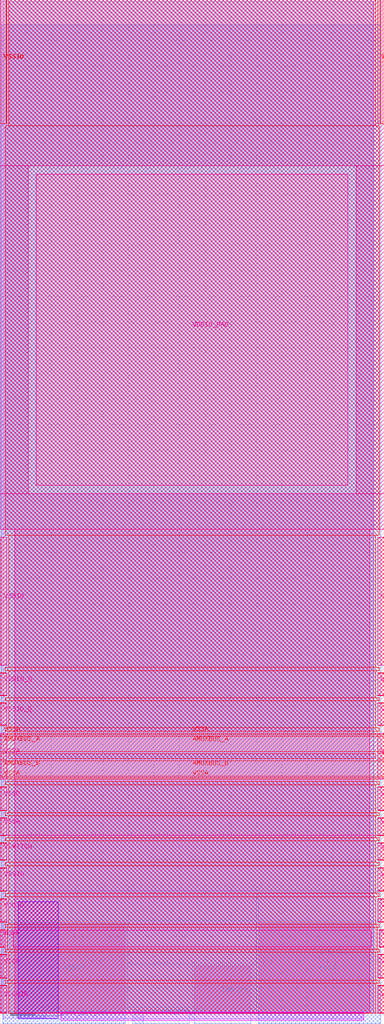
<source format=lef>
VERSION 5.7 ;
  NOWIREEXTENSIONATPIN ON ;
  DIVIDERCHAR "/" ;
  BUSBITCHARS "[]" ;
MACRO sky130_ef_io__vddio_hvc_pad
  CLASS PAD POWER ;
  FOREIGN sky130_ef_io__vddio_hvc_pad ;
  ORIGIN 0.000 0.000 ;
  SIZE 75.000 BY 197.965 ;
  PIN AMUXBUS_A
    DIRECTION INOUT ;
    USE SIGNAL ;
    PORT
      LAYER met4 ;
        RECT 0.000 51.090 75.000 54.070 ;
    END
    PORT
      LAYER met4 ;
        RECT 0.000 51.090 1.270 54.070 ;
    END
  END AMUXBUS_A
  PIN AMUXBUS_B
    DIRECTION INOUT ;
    USE SIGNAL ;
    PORT
      LAYER met4 ;
        RECT 0.000 46.330 75.000 49.310 ;
    END
    PORT
      LAYER met4 ;
        RECT 0.000 46.330 1.270 49.310 ;
    END
  END AMUXBUS_B
  PIN DRN_HVC
    DIRECTION INOUT ;
    USE POWER ;
    PORT
      LAYER met2 ;
        RECT 50.390 -2.035 74.290 23.625 ;
    END
    PORT
      LAYER met3 ;
        RECT 37.890 -2.035 48.890 9.295 ;
    END
  END DRN_HVC
  PIN SRC_BDY_HVC
    DIRECTION INOUT ;
    USE GROUND ;
    PORT
      LAYER met2 ;
        RECT 0.495 -2.035 24.395 0.020 ;
    END
    PORT
      LAYER met3 ;
        RECT 25.895 -2.035 36.895 0.690 ;
    END
  END SRC_BDY_HVC
  PIN VDDIO_PAD
    DIRECTION INOUT ;
    USE POWER ;
    PORT
      LAYER met5 ;
        RECT 7.050 103.085 67.890 163.910 ;
    END
  END VDDIO_PAD
  PIN VSSA
    DIRECTION INOUT ;
    USE GROUND ;
    PORT
      LAYER met5 ;
        RECT 73.730 45.700 75.000 54.700 ;
    END
    PORT
      LAYER met5 ;
        RECT 73.730 34.805 75.000 38.050 ;
    END
    PORT
      LAYER met5 ;
        RECT 0.000 45.700 1.270 54.700 ;
    END
    PORT
      LAYER met5 ;
        RECT 0.000 34.805 1.270 38.050 ;
    END
    PORT
      LAYER met4 ;
        RECT 73.730 49.610 75.000 50.790 ;
    END
    PORT
      LAYER met4 ;
        RECT 0.000 54.370 75.000 54.700 ;
    END
    PORT
      LAYER met4 ;
        RECT 0.000 45.700 75.000 46.030 ;
    END
    PORT
      LAYER met4 ;
        RECT 73.730 34.700 75.000 38.150 ;
    END
    PORT
      LAYER met4 ;
        RECT 0.000 45.700 1.270 46.030 ;
    END
    PORT
      LAYER met4 ;
        RECT 0.000 49.610 1.270 50.790 ;
    END
    PORT
      LAYER met4 ;
        RECT 0.000 54.370 1.270 54.700 ;
    END
    PORT
      LAYER met4 ;
        RECT 0.000 34.700 1.270 38.150 ;
    END
  END VSSA
  PIN VDDA
    DIRECTION INOUT ;
    USE POWER ;
    PORT
      LAYER met5 ;
        RECT 74.035 13.000 75.000 16.250 ;
    END
    PORT
      LAYER met5 ;
        RECT 0.000 13.000 0.965 16.250 ;
    END
    PORT
      LAYER met4 ;
        RECT 74.035 12.900 75.000 16.350 ;
    END
    PORT
      LAYER met4 ;
        RECT 0.000 12.900 0.965 16.350 ;
    END
  END VDDA
  PIN VSWITCH
    DIRECTION INOUT ;
    USE POWER ;
    PORT
      LAYER met5 ;
        RECT 73.730 29.950 75.000 33.200 ;
    END
    PORT
      LAYER met5 ;
        RECT 0.000 29.950 1.270 33.200 ;
    END
    PORT
      LAYER met4 ;
        RECT 73.730 29.850 75.000 33.300 ;
    END
    PORT
      LAYER met4 ;
        RECT 0.000 29.850 1.270 33.300 ;
    END
  END VSWITCH
  PIN VDDIO_Q
    DIRECTION INOUT ;
    USE POWER ;
    PORT
      LAYER met5 ;
        RECT 73.730 62.150 75.000 66.400 ;
    END
    PORT
      LAYER met5 ;
        RECT 0.000 62.150 1.270 66.400 ;
    END
    PORT
      LAYER met4 ;
        RECT 73.730 62.050 75.000 66.500 ;
    END
    PORT
      LAYER met4 ;
        RECT 0.000 62.050 1.270 66.500 ;
    END
  END VDDIO_Q
  PIN VCCHIB
    DIRECTION INOUT ;
    USE POWER ;
    PORT
      LAYER met5 ;
        RECT 73.730 0.100 75.000 5.350 ;
    END
    PORT
      LAYER met5 ;
        RECT 0.000 0.100 1.270 5.350 ;
    END
    PORT
      LAYER met4 ;
        RECT 73.730 0.000 75.000 5.450 ;
    END
    PORT
      LAYER met4 ;
        RECT 0.000 0.000 1.270 5.450 ;
    END
  END VCCHIB
  PIN VDDIO
    DIRECTION INOUT ;
    USE POWER ;
    PORT
      LAYER met3 ;
        RECT 50.390 -2.035 74.290 17.765 ;
    END
    PORT
      LAYER met3 ;
        RECT 0.495 -2.035 24.395 17.765 ;
    END
    PORT
      LAYER met5 ;
        RECT 73.730 68.000 75.000 92.950 ;
    END
    PORT
      LAYER met5 ;
        RECT 73.730 17.850 75.000 22.300 ;
    END
    PORT
      LAYER met5 ;
        RECT 0.000 68.000 1.270 92.950 ;
    END
    PORT
      LAYER met5 ;
        RECT 0.000 17.850 1.270 22.300 ;
    END
    PORT
      LAYER met4 ;
        RECT 73.730 17.750 75.000 22.400 ;
    END
    PORT
      LAYER met4 ;
        RECT 73.730 68.000 75.000 92.965 ;
    END
    PORT
      LAYER met4 ;
        RECT 0.000 17.750 1.270 22.400 ;
    END
    PORT
      LAYER met4 ;
        RECT 0.000 68.000 1.270 92.965 ;
    END
  END VDDIO
  PIN VCCD
    DIRECTION INOUT ;
    USE POWER ;
    PORT
      LAYER met5 ;
        RECT 73.730 6.950 75.000 11.400 ;
    END
    PORT
      LAYER met5 ;
        RECT 0.000 6.950 1.270 11.400 ;
    END
    PORT
      LAYER met4 ;
        RECT 73.730 6.850 75.000 11.500 ;
    END
    PORT
      LAYER met4 ;
        RECT 0.000 6.850 1.270 11.500 ;
    END
  END VCCD
  PIN VSSIO
    DIRECTION INOUT ;
    USE GROUND ;
    PORT
      LAYER met4 ;
        RECT 0.000 173.750 1.205 197.965 ;
    END
    PORT
      LAYER met4 ;
        RECT 74.225 173.750 75.000 197.965 ;
    END
    PORT
      LAYER met5 ;
        RECT 73.730 23.900 75.000 28.350 ;
    END
    PORT
      LAYER met5 ;
        RECT 0.000 23.900 1.270 28.350 ;
    END
    PORT
      LAYER met4 ;
        RECT 73.730 23.800 75.000 28.450 ;
    END
    PORT
      LAYER met4 ;
        RECT 73.730 173.750 75.000 197.965 ;
    END
    PORT
      LAYER met4 ;
        RECT 0.000 173.750 1.270 197.965 ;
    END
    PORT
      LAYER met4 ;
        RECT 0.000 23.800 1.270 28.450 ;
    END
  END VSSIO
  PIN VSSD
    DIRECTION INOUT ;
    USE GROUND ;
    PORT
      LAYER met5 ;
        RECT 73.730 39.650 75.000 44.100 ;
    END
    PORT
      LAYER met5 ;
        RECT 0.000 39.650 1.270 44.100 ;
    END
    PORT
      LAYER met4 ;
        RECT 73.730 39.550 75.000 44.200 ;
    END
    PORT
      LAYER met4 ;
        RECT 0.000 39.550 1.270 44.200 ;
    END
  END VSSD
  PIN VSSIO_Q
    DIRECTION INOUT ;
    USE GROUND ;
    PORT
      LAYER met5 ;
        RECT 73.730 56.300 75.000 60.550 ;
    END
    PORT
      LAYER met5 ;
        RECT 0.000 56.300 1.270 60.550 ;
    END
    PORT
      LAYER met4 ;
        RECT 73.730 56.200 75.000 60.650 ;
    END
    PORT
      LAYER met4 ;
        RECT 0.000 56.200 1.270 60.650 ;
    END
  END VSSIO_Q
  OBS
      LAYER pwell ;
        RECT 3.495 -1.100 11.285 21.755 ;
      LAYER nwell ;
        RECT 11.860 -1.350 70.965 0.170 ;
      LAYER li1 ;
        RECT 0.610 0.000 72.855 197.660 ;
        RECT 0.610 -0.970 11.155 0.000 ;
        RECT 12.035 -0.115 13.045 0.000 ;
        RECT 69.730 -0.115 70.680 0.000 ;
        RECT 12.035 -1.065 70.680 -0.115 ;
      LAYER met1 ;
        RECT 0.185 0.000 72.915 197.690 ;
        RECT 3.625 -0.905 8.855 0.000 ;
        RECT 12.035 -0.115 13.350 0.000 ;
        POLYGON 13.350 0.000 13.465 -0.115 13.350 -0.115 ;
        POLYGON 69.540 0.000 69.540 -0.115 69.425 -0.115 ;
        RECT 69.540 -0.115 70.680 0.000 ;
        RECT 12.035 -1.065 70.680 -0.115 ;
      LAYER met2 ;
        RECT 0.265 23.905 74.290 193.040 ;
        RECT 0.265 0.300 50.110 23.905 ;
        RECT 24.675 0.000 50.110 0.300 ;
        RECT 25.895 -2.035 27.895 -0.115 ;
      LAYER met3 ;
        RECT 0.240 18.165 74.290 197.965 ;
        RECT 24.795 9.695 49.990 18.165 ;
        RECT 24.795 1.090 37.490 9.695 ;
        RECT 24.795 0.690 25.495 1.090 ;
        RECT 37.295 0.690 37.490 1.090 ;
        RECT 49.290 0.690 49.990 9.695 ;
      LAYER met4 ;
        RECT 1.670 173.350 73.330 197.965 ;
        RECT 0.965 93.365 74.035 173.350 ;
        RECT 1.670 67.600 73.330 93.365 ;
        RECT 0.965 66.900 74.035 67.600 ;
        RECT 1.670 61.650 73.330 66.900 ;
        RECT 0.965 61.050 74.035 61.650 ;
        RECT 1.670 55.800 73.330 61.050 ;
        RECT 0.965 55.100 74.035 55.800 ;
        RECT 1.670 49.710 73.330 50.690 ;
        RECT 0.965 44.600 74.035 45.300 ;
        RECT 1.670 39.150 73.330 44.600 ;
        RECT 0.965 38.550 74.035 39.150 ;
        RECT 1.670 34.300 73.330 38.550 ;
        RECT 0.965 33.700 74.035 34.300 ;
        RECT 1.670 29.450 73.330 33.700 ;
        RECT 0.965 28.850 74.035 29.450 ;
        RECT 1.670 23.400 73.330 28.850 ;
        RECT 0.965 22.800 74.035 23.400 ;
        RECT 1.670 17.350 73.330 22.800 ;
        RECT 0.965 16.750 74.035 17.350 ;
        RECT 1.365 12.500 73.635 16.750 ;
        RECT 0.965 11.900 74.035 12.500 ;
        RECT 1.670 6.450 73.330 11.900 ;
        RECT 0.965 5.850 74.035 6.450 ;
        RECT 1.670 0.000 73.330 5.850 ;
      LAYER met5 ;
        RECT 0.000 165.510 75.000 197.965 ;
        RECT 0.000 101.485 5.450 165.510 ;
        RECT 69.490 101.485 75.000 165.510 ;
        RECT 0.000 94.550 75.000 101.485 ;
        RECT 2.870 34.805 72.130 94.550 ;
        RECT 0.000 34.800 75.000 34.805 ;
        RECT 2.870 16.250 72.130 34.800 ;
        RECT 2.565 13.000 72.435 16.250 ;
        RECT 2.870 0.100 72.130 13.000 ;
  END
END sky130_ef_io__vddio_hvc_pad
END LIBRARY


</source>
